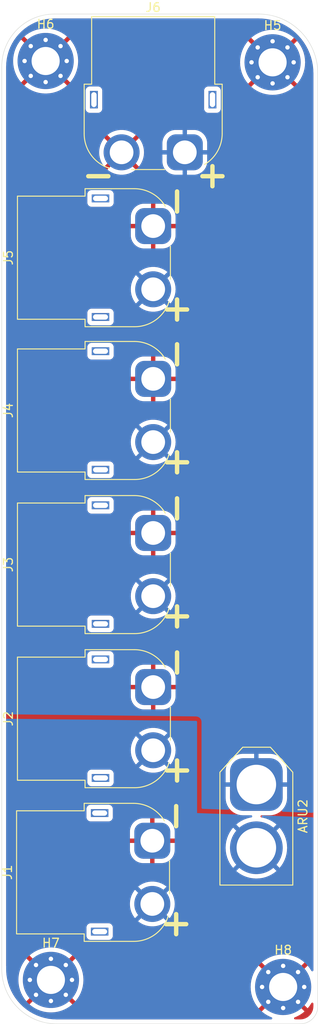
<source format=kicad_pcb>
(kicad_pcb (version 20240108) (generator "pcbnew") (generator_version "8.0")
  (layers (0 "F.Cu" signal) (31 "B.Cu" signal) (34 "B.Paste" user) (35 "F.Paste" user) (36 "B.SilkS" user "B.Silkscreen") (37 "F.SilkS" user "F.Silkscreen") (38 "B.Mask" user) (39 "F.Mask" user) (44 "Edge.Cuts" user))
  (net 0 "")
  (net 1 "SEC")
  (net 2 "GND")
  (net 3 "BAT+")
  (footprint "MountingHole:MountingHole_3.2mm_M3_Pad_Via" (layer "F.Cu") (at 144.35 48.5)
    (property "Reference" "H5" (at 0 -4.2 0) (layer "F.SilkS"))
    (property "Value" "MountingHole_Pad" (hide yes))
    (pad "1" thru_hole circle (at -2.4 0) (size 0.8 0.8) (drill 0.5) (layers "*.Cu" "*.Mask") (net 2 "GND"))
    (pad "1" thru_hole circle (at -1.697056 -1.697056) (size 0.8 0.8) (drill 0.5) (layers "*.Cu" "*.Mask") (net 2 "GND"))
    (pad "1" thru_hole circle (at -1.697056 1.697056) (size 0.8 0.8) (drill 0.5) (layers "*.Cu" "*.Mask") (net 2 "GND"))
    (pad "1" thru_hole circle (at 0 -2.4) (size 0.8 0.8) (drill 0.5) (layers "*.Cu" "*.Mask") (net 2 "GND"))
    (pad "1" thru_hole circle (at 0 0) (size 6.4 6.4) (drill 3.2) (layers "*.Cu" "*.Mask") (net 2 "GND"))
    (pad "1" thru_hole circle (at 0 2.4) (size 0.8 0.8) (drill 0.5) (layers "*.Cu" "*.Mask") (net 2 "GND"))
    (pad "1" thru_hole circle (at 1.697056 -1.697056) (size 0.8 0.8) (drill 0.5) (layers "*.Cu" "*.Mask") (net 2 "GND"))
    (pad "1" thru_hole circle (at 1.697056 1.697056) (size 0.8 0.8) (drill 0.5) (layers "*.Cu" "*.Mask") (net 2 "GND"))
    (pad "1" thru_hole circle (at 2.4 0) (size 0.8 0.8) (drill 0.5) (layers "*.Cu" "*.Mask") (net 2 "GND"))
  )
  (footprint "Connector_AMASS:AMASS_XT60-F_1x02_P7.20mm_Vertical" (layer "F.Cu") (at 142.5 130.75 -90)
    (property "Reference" "ARU2" (at 3.6 -5.3 90) (layer "F.SilkS"))
    (property "Value" "180G-2")
    (fp_line (start -1.4 4.15) (end 11.45 4.15) (stroke (width 0.12)) (layer "F.SilkS"))
    (fp_line (start 11.45 4.15) (end 11.45 -4.15) (stroke (width 0.12)) (layer "F.SilkS"))
    (fp_line (start -4.25 1.55) (end -1.4 4.15) (stroke (width 0.12)) (layer "F.SilkS"))
    (fp_line (start -4.25 -1.6) (end -4.25 1.55) (stroke (width 0.12)) (layer "F.SilkS"))
    (fp_line (start -1.4 -4.15) (end -4.25 -1.6) (stroke (width 0.12)) (layer "F.SilkS"))
    (fp_line (start 11.45 -4.15) (end -1.4 -4.15) (stroke (width 0.12)) (layer "F.SilkS"))
    (pad "1" thru_hole roundrect (at 0 0 270) (size 6 6) (drill 4.5) (layers "*.Cu" "*.Mask") (net 3 "BAT+"))
    (pad "2" thru_hole circle (at 7.2 0 270) (size 6 6) (drill 4.5) (layers "*.Cu" "*.Mask") (net 1 "SEC"))
  )
  (footprint "Connector_AMASS:AMASS_XT60PW-F_1x02_P7.20mm_Horizontal" (layer "F.Cu") (at 130.75 102.1 90)
    (property "Reference" "J3" (at -3.6 -16.5 90) (layer "F.SilkS"))
    (property "Value" "Sécurité")
    (fp_line (start 3.41 -15.46) (end 3.41 -7.76) (stroke (width 0.12)) (layer "F.SilkS"))
    (fp_line (start -10.61 -15.46) (end 3.41 -15.46) (stroke (width 0.12)) (layer "F.SilkS"))
    (fp_line (start -10.61 -15.46) (end -10.61 -7.76) (stroke (width 0.12)) (layer "F.SilkS"))
    (fp_line (start 4.26 -7.76) (end 4.26 -2.15) (stroke (width 0.12)) (layer "F.SilkS"))
    (fp_line (start 3.41 -7.76) (end 4.26 -7.76) (stroke (width 0.12)) (layer "F.SilkS"))
    (fp_line (start -11.46 -7.76) (end -10.61 -7.76) (stroke (width 0.12)) (layer "F.SilkS"))
    (fp_line (start -11.46 -7.76) (end -11.46 -2.15) (stroke (width 0.12)) (layer "F.SilkS"))
    (fp_line (start -6.05 1.96) (end -2.31 1.96) (stroke (width 0.12)) (layer "F.SilkS"))
    (fp_arc (start 4.26 -2.15) (mid 3.727162 -0.126139) (end 2.266806 1.372958) (stroke (width 0.12)) (layer "F.SilkS"))
    (fp_arc (start -8.5899 1.808718) (mid -10.677645 0.302568) (end -11.46 -2.15) (stroke (width 0.12)) (layer "F.SilkS"))
    (fp_text user "-" (at 2.8 2.5 90) (layer "F.SilkS") (effects (font (size 3 3) (thickness 0.5) (bold yes))))
    (fp_text user "+" (at -9.5 2.5 90) (layer "F.SilkS") (effects (font (size 3 3) (thickness 0.5) (bold yes))))
    (pad "" thru_hole rect (at -10.35 -6 90) (size 0.9 2) (drill oval 0.6 1.7) (layers "*.Cu" "*.Mask"))
    (pad "" thru_hole rect (at 3.15 -6 90) (size 0.9 2) (drill oval 0.6 1.7) (layers "*.Cu" "*.Mask"))
    (pad "1" thru_hole roundrect (at 0 0 90) (size 4.1 4.1) (drill 2.7) (layers "*.Cu" "*.Mask") (net 2 "GND"))
    (pad "2" thru_hole circle (at -7.2 0 90) (size 4.1 4.1) (drill 2.7) (layers "*.Cu" "*.Mask") (net 3 "BAT+"))
  )
  (footprint "Connector_AMASS:AMASS_XT60PW-F_1x02_P7.20mm_Horizontal" (layer "F.Cu") (at 130.65 137.15 90)
    (property "Reference" "J1" (at -3.6 -16.5 90) (layer "F.SilkS"))
    (property "Value" "Moteur_gauche")
    (fp_line (start 3.41 -15.46) (end 3.41 -7.76) (stroke (width 0.12)) (layer "F.SilkS"))
    (fp_line (start -10.61 -15.46) (end 3.41 -15.46) (stroke (width 0.12)) (layer "F.SilkS"))
    (fp_line (start -10.61 -15.46) (end -10.61 -7.76) (stroke (width 0.12)) (layer "F.SilkS"))
    (fp_line (start 4.26 -7.76) (end 4.26 -2.15) (stroke (width 0.12)) (layer "F.SilkS"))
    (fp_line (start 3.41 -7.76) (end 4.26 -7.76) (stroke (width 0.12)) (layer "F.SilkS"))
    (fp_line (start -11.46 -7.76) (end -10.61 -7.76) (stroke (width 0.12)) (layer "F.SilkS"))
    (fp_line (start -11.46 -7.76) (end -11.46 -2.15) (stroke (width 0.12)) (layer "F.SilkS"))
    (fp_line (start -6.05 1.96) (end -2.31 1.96) (stroke (width 0.12)) (layer "F.SilkS"))
    (fp_arc (start 4.26 -2.15) (mid 3.727162 -0.126139) (end 2.266806 1.372958) (stroke (width 0.12)) (layer "F.SilkS"))
    (fp_arc (start -8.5899 1.808718) (mid -10.677645 0.302568) (end -11.46 -2.15) (stroke (width 0.12)) (layer "F.SilkS"))
    (fp_text user "+" (at -9.5 2.5 90) (layer "F.SilkS") (effects (font (size 3 3) (thickness 0.5) (bold yes))))
    (fp_text user "-" (at 2.8 2.5 90) (layer "F.SilkS") (effects (font (size 3 3) (thickness 0.5) (bold yes))))
    (pad "" thru_hole rect (at -10.35 -6 90) (size 0.9 2) (drill oval 0.6 1.7) (layers "*.Cu" "*.Mask"))
    (pad "" thru_hole rect (at 3.15 -6 90) (size 0.9 2) (drill oval 0.6 1.7) (layers "*.Cu" "*.Mask"))
    (pad "1" thru_hole roundrect (at 0 0 90) (size 4.1 4.1) (drill 2.7) (layers "*.Cu" "*.Mask") (net 2 "GND"))
    (pad "2" thru_hole circle (at -7.2 0 90) (size 4.1 4.1) (drill 2.7) (layers "*.Cu" "*.Mask") (net 1 "SEC"))
  )
  (footprint "Connector_AMASS:AMASS_XT60PW-F_1x02_P7.20mm_Horizontal" (layer "F.Cu") (at 130.75 84.55 90)
    (property "Reference" "J4" (at -3.6 -16.5 90) (layer "F.SilkS"))
    (property "Value" "Mainboard")
    (fp_line (start 3.41 -15.46) (end 3.41 -7.76) (stroke (width 0.12)) (layer "F.SilkS"))
    (fp_line (start -10.61 -15.46) (end 3.41 -15.46) (stroke (width 0.12)) (layer "F.SilkS"))
    (fp_line (start -10.61 -15.46) (end -10.61 -7.76) (stroke (width 0.12)) (layer "F.SilkS"))
    (fp_line (start 4.26 -7.76) (end 4.26 -2.15) (stroke (width 0.12)) (layer "F.SilkS"))
    (fp_line (start 3.41 -7.76) (end 4.26 -7.76) (stroke (width 0.12)) (layer "F.SilkS"))
    (fp_line (start -11.46 -7.76) (end -10.61 -7.76) (stroke (width 0.12)) (layer "F.SilkS"))
    (fp_line (start -11.46 -7.76) (end -11.46 -2.15) (stroke (width 0.12)) (layer "F.SilkS"))
    (fp_line (start -6.05 1.96) (end -2.31 1.96) (stroke (width 0.12)) (layer "F.SilkS"))
    (fp_arc (start 4.26 -2.15) (mid 3.727162 -0.126139) (end 2.266806 1.372958) (stroke (width 0.12)) (layer "F.SilkS"))
    (fp_arc (start -8.5899 1.808718) (mid -10.677645 0.302568) (end -11.46 -2.15) (stroke (width 0.12)) (layer "F.SilkS"))
    (fp_text user "+" (at -9.5 2.5 90) (layer "F.SilkS") (effects (font (size 3 3) (thickness 0.5) (bold yes))))
    (fp_text user "-" (at 2.8 2.5 90) (layer "F.SilkS") (effects (font (size 3 3) (thickness 0.5) (bold yes))))
    (pad "" thru_hole rect (at -10.35 -6 90) (size 0.9 2) (drill oval 0.6 1.7) (layers "*.Cu" "*.Mask"))
    (pad "" thru_hole rect (at 3.15 -6 90) (size 0.9 2) (drill oval 0.6 1.7) (layers "*.Cu" "*.Mask"))
    (pad "1" thru_hole roundrect (at 0 0 90) (size 4.1 4.1) (drill 2.7) (layers "*.Cu" "*.Mask") (net 2 "GND"))
    (pad "2" thru_hole circle (at -7.2 0 90) (size 4.1 4.1) (drill 2.7) (layers "*.Cu" "*.Mask") (net 3 "BAT+"))
  )
  (footprint "MountingHole:MountingHole_3.2mm_M3_Pad_Via" (layer "F.Cu") (at 119.1 153)
    (property "Reference" "H7" (at 0 -4.2 0) (layer "F.SilkS"))
    (property "Value" "MountingHole_Pad" (hide yes))
    (pad "1" thru_hole circle (at -2.4 0) (size 0.8 0.8) (drill 0.5) (layers "*.Cu" "*.Mask") (net 2 "GND"))
    (pad "1" thru_hole circle (at -1.697056 -1.697056) (size 0.8 0.8) (drill 0.5) (layers "*.Cu" "*.Mask") (net 2 "GND"))
    (pad "1" thru_hole circle (at -1.697056 1.697056) (size 0.8 0.8) (drill 0.5) (layers "*.Cu" "*.Mask") (net 2 "GND"))
    (pad "1" thru_hole circle (at 0 -2.4) (size 0.8 0.8) (drill 0.5) (layers "*.Cu" "*.Mask") (net 2 "GND"))
    (pad "1" thru_hole circle (at 0 0) (size 6.4 6.4) (drill 3.2) (layers "*.Cu" "*.Mask") (net 2 "GND"))
    (pad "1" thru_hole circle (at 0 2.4) (size 0.8 0.8) (drill 0.5) (layers "*.Cu" "*.Mask") (net 2 "GND"))
    (pad "1" thru_hole circle (at 1.697056 -1.697056) (size 0.8 0.8) (drill 0.5) (layers "*.Cu" "*.Mask") (net 2 "GND"))
    (pad "1" thru_hole circle (at 1.697056 1.697056) (size 0.8 0.8) (drill 0.5) (layers "*.Cu" "*.Mask") (net 2 "GND"))
    (pad "1" thru_hole circle (at 2.4 0) (size 0.8 0.8) (drill 0.5) (layers "*.Cu" "*.Mask") (net 2 "GND"))
  )
  (footprint "MountingHole:MountingHole_3.2mm_M3_Pad_Via" (layer "F.Cu") (at 118.5 48.35)
    (property "Reference" "H6" (at 0 -4.2 0) (layer "F.SilkS"))
    (property "Value" "MountingHole_Pad" (hide yes))
    (pad "1" thru_hole circle (at -2.4 0) (size 0.8 0.8) (drill 0.5) (layers "*.Cu" "*.Mask") (net 2 "GND"))
    (pad "1" thru_hole circle (at -1.697056 -1.697056) (size 0.8 0.8) (drill 0.5) (layers "*.Cu" "*.Mask") (net 2 "GND"))
    (pad "1" thru_hole circle (at -1.697056 1.697056) (size 0.8 0.8) (drill 0.5) (layers "*.Cu" "*.Mask") (net 2 "GND"))
    (pad "1" thru_hole circle (at 0 -2.4) (size 0.8 0.8) (drill 0.5) (layers "*.Cu" "*.Mask") (net 2 "GND"))
    (pad "1" thru_hole circle (at 0 0) (size 6.4 6.4) (drill 3.2) (layers "*.Cu" "*.Mask") (net 2 "GND"))
    (pad "1" thru_hole circle (at 0 2.4) (size 0.8 0.8) (drill 0.5) (layers "*.Cu" "*.Mask") (net 2 "GND"))
    (pad "1" thru_hole circle (at 1.697056 -1.697056) (size 0.8 0.8) (drill 0.5) (layers "*.Cu" "*.Mask") (net 2 "GND"))
    (pad "1" thru_hole circle (at 1.697056 1.697056) (size 0.8 0.8) (drill 0.5) (layers "*.Cu" "*.Mask") (net 2 "GND"))
    (pad "1" thru_hole circle (at 2.4 0) (size 0.8 0.8) (drill 0.5) (layers "*.Cu" "*.Mask") (net 2 "GND"))
  )
  (footprint "Connector_AMASS:AMASS_XT60PW-F_1x02_P7.20mm_Horizontal" (layer "F.Cu") (at 130.75 67.15 90)
    (property "Reference" "J5" (at -3.6 -16.5 90) (layer "F.SilkS"))
    (property "Value" "Routeur")
    (fp_line (start 3.41 -15.46) (end 3.41 -7.76) (stroke (width 0.12)) (layer "F.SilkS"))
    (fp_line (start -10.61 -15.46) (end 3.41 -15.46) (stroke (width 0.12)) (layer "F.SilkS"))
    (fp_line (start -10.61 -15.46) (end -10.61 -7.76) (stroke (width 0.12)) (layer "F.SilkS"))
    (fp_line (start 4.26 -7.76) (end 4.26 -2.15) (stroke (width 0.12)) (layer "F.SilkS"))
    (fp_line (start 3.41 -7.76) (end 4.26 -7.76) (stroke (width 0.12)) (layer "F.SilkS"))
    (fp_line (start -11.46 -7.76) (end -10.61 -7.76) (stroke (width 0.12)) (layer "F.SilkS"))
    (fp_line (start -11.46 -7.76) (end -11.46 -2.15) (stroke (width 0.12)) (layer "F.SilkS"))
    (fp_line (start -6.05 1.96) (end -2.31 1.96) (stroke (width 0.12)) (layer "F.SilkS"))
    (fp_arc (start 4.26 -2.15) (mid 3.727162 -0.126139) (end 2.266806 1.372958) (stroke (width 0.12)) (layer "F.SilkS"))
    (fp_arc (start -8.5899 1.808718) (mid -10.677645 0.302568) (end -11.46 -2.15) (stroke (width 0.12)) (layer "F.SilkS"))
    (fp_text user "-" (at 2.8 2.5 90) (layer "F.SilkS") (effects (font (size 3 3) (thickness 0.5) (bold yes))))
    (fp_text user "+" (at -9.5 2.5 90) (layer "F.SilkS") (effects (font (size 3 3) (thickness 0.5) (bold yes))))
    (pad "" thru_hole rect (at -10.35 -6 90) (size 0.9 2) (drill oval 0.6 1.7) (layers "*.Cu" "*.Mask"))
    (pad "" thru_hole rect (at 3.15 -6 90) (size 0.9 2) (drill oval 0.6 1.7) (layers "*.Cu" "*.Mask"))
    (pad "1" thru_hole roundrect (at 0 0 90) (size 4.1 4.1) (drill 2.7) (layers "*.Cu" "*.Mask") (net 2 "GND"))
    (pad "2" thru_hole circle (at -7.2 0 90) (size 4.1 4.1) (drill 2.7) (layers "*.Cu" "*.Mask") (net 3 "BAT+"))
  )
  (footprint "MountingHole:MountingHole_3.2mm_M3_Pad_Via" (layer "F.Cu") (at 145.552944 153.802944)
    (property "Reference" "H8" (at 0 -4.2 0) (layer "F.SilkS"))
    (property "Value" "MountingHole_Pad" (hide yes))
    (pad "1" thru_hole circle (at -2.4 0) (size 0.8 0.8) (drill 0.5) (layers "*.Cu" "*.Mask") (net 2 "GND"))
    (pad "1" thru_hole circle (at -1.697056 -1.697056) (size 0.8 0.8) (drill 0.5) (layers "*.Cu" "*.Mask") (net 2 "GND"))
    (pad "1" thru_hole circle (at -1.697056 1.697056) (size 0.8 0.8) (drill 0.5) (layers "*.Cu" "*.Mask") (net 2 "GND"))
    (pad "1" thru_hole circle (at 0 -2.4) (size 0.8 0.8) (drill 0.5) (layers "*.Cu" "*.Mask") (net 2 "GND"))
    (pad "1" thru_hole circle (at 0 0) (size 6.4 6.4) (drill 3.2) (layers "*.Cu" "*.Mask") (net 2 "GND"))
    (pad "1" thru_hole circle (at 0 2.4) (size 0.8 0.8) (drill 0.5) (layers "*.Cu" "*.Mask") (net 2 "GND"))
    (pad "1" thru_hole circle (at 1.697056 -1.697056) (size 0.8 0.8) (drill 0.5) (layers "*.Cu" "*.Mask") (net 2 "GND"))
    (pad "1" thru_hole circle (at 1.697056 1.697056) (size 0.8 0.8) (drill 0.5) (layers "*.Cu" "*.Mask") (net 2 "GND"))
    (pad "1" thru_hole circle (at 2.4 0) (size 0.8 0.8) (drill 0.5) (layers "*.Cu" "*.Mask") (net 2 "GND"))
  )
  (footprint "Connector_AMASS:AMASS_XT60PW-F_1x02_P7.20mm_Horizontal" (layer "F.Cu") (at 134.35 58.75)
    (property "Reference" "J6" (at -3.6 -16.5 0) (layer "F.SilkS"))
    (property "Value" "Batteries")
    (fp_line (start -11.46 -7.76) (end -11.46 -2.15) (stroke (width 0.12)) (layer "F.SilkS"))
    (fp_line (start -11.46 -7.76) (end -10.61 -7.76) (stroke (width 0.12)) (layer "F.SilkS"))
    (fp_line (start -10.61 -15.46) (end -10.61 -7.76) (stroke (width 0.12)) (layer "F.SilkS"))
    (fp_line (start -10.61 -15.46) (end 3.41 -15.46) (stroke (width 0.12)) (layer "F.SilkS"))
    (fp_line (start -6.05 1.96) (end -2.31 1.96) (stroke (width 0.12)) (layer "F.SilkS"))
    (fp_line (start 3.41 -15.46) (end 3.41 -7.76) (stroke (width 0.12)) (layer "F.SilkS"))
    (fp_line (start 3.41 -7.76) (end 4.26 -7.76) (stroke (width 0.12)) (layer "F.SilkS"))
    (fp_line (start 4.26 -7.76) (end 4.26 -2.15) (stroke (width 0.12)) (layer "F.SilkS"))
    (fp_arc (start -8.5899 1.808718) (mid -10.677645 0.302568) (end -11.46 -2.15) (stroke (width 0.12)) (layer "F.SilkS"))
    (fp_arc (start 4.26 -2.15) (mid 3.727162 -0.126139) (end 2.266806 1.372958) (stroke (width 0.12)) (layer "F.SilkS"))
    (fp_text user "-" (at -9.85 2.5 0) (layer "F.SilkS") (effects (font (size 3 3) (thickness 0.5) (bold yes))))
    (fp_text user "+" (at 3.15 2.5 0) (layer "F.SilkS") (effects (font (size 3 3) (thickness 0.5) (bold yes))))
    (pad "" thru_hole rect (at -10.35 -6) (size 0.9 2) (drill oval 0.6 1.7) (layers "*.Cu" "*.Mask"))
    (pad "" thru_hole rect (at 3.15 -6) (size 0.9 2) (drill oval 0.6 1.7) (layers "*.Cu" "*.Mask"))
    (pad "1" thru_hole roundrect (at 0 0) (size 4.1 4.1) (drill 2.7) (layers "*.Cu" "*.Mask") (net 3 "BAT+"))
    (pad "2" thru_hole circle (at -7.2 0) (size 4.1 4.1) (drill 2.7) (layers "*.Cu" "*.Mask") (net 2 "GND"))
  )
  (footprint "Connector_AMASS:AMASS_XT60PW-F_1x02_P7.20mm_Horizontal" (layer "F.Cu") (at 130.75 119.65 90)
    (property "Reference" "J2" (at -3.6 -16.5 90) (layer "F.SilkS"))
    (property "Value" "Moteur_Droit")
    (fp_line (start 3.41 -15.46) (end 3.41 -7.76) (stroke (width 0.12)) (layer "F.SilkS"))
    (fp_line (start -10.61 -15.46) (end 3.41 -15.46) (stroke (width 0.12)) (layer "F.SilkS"))
    (fp_line (start -10.61 -15.46) (end -10.61 -7.76) (stroke (width 0.12)) (layer "F.SilkS"))
    (fp_line (start 4.26 -7.76) (end 4.26 -2.15) (stroke (width 0.12)) (layer "F.SilkS"))
    (fp_line (start 3.41 -7.76) (end 4.26 -7.76) (stroke (width 0.12)) (layer "F.SilkS"))
    (fp_line (start -11.46 -7.76) (end -10.61 -7.76) (stroke (width 0.12)) (layer "F.SilkS"))
    (fp_line (start -11.46 -7.76) (end -11.46 -2.15) (stroke (width 0.12)) (layer "F.SilkS"))
    (fp_line (start -6.05 1.96) (end -2.31 1.96) (stroke (width 0.12)) (layer "F.SilkS"))
    (fp_arc (start 4.26 -2.15) (mid 3.727162 -0.126139) (end 2.266806 1.372958) (stroke (width 0.12)) (layer "F.SilkS"))
    (fp_arc (start -8.5899 1.808718) (mid -10.677645 0.302568) (end -11.46 -2.15) (stroke (width 0.12)) (layer "F.SilkS"))
    (fp_text user "-" (at 2.8 2.5 90) (layer "F.SilkS") (effects (font (size 3 3) (thickness 0.5) (bold yes))))
    (fp_text user "+" (at -9.5 2.5 90) (layer "F.SilkS") (effects (font (size 3 3) (thickness 0.5) (bold yes))))
    (pad "" thru_hole rect (at -10.35 -6 90) (size 0.9 2) (drill oval 0.6 1.7) (layers "*.Cu" "*.Mask"))
    (pad "" thru_hole rect (at 3.15 -6 90) (size 0.9 2) (drill oval 0.6 1.7) (layers "*.Cu" "*.Mask"))
    (pad "1" thru_hole roundrect (at 0 0 90) (size 4.1 4.1) (drill 2.7) (layers "*.Cu" "*.Mask") (net 2 "GND"))
    (pad "2" thru_hole circle (at -7.2 0 90) (size 4.1 4.1) (drill 2.7) (layers "*.Cu" "*.Mask") (net 1 "SEC"))
  )
  (gr_arc (start 149.5 156) (mid 148.914214 157.414214) (end 147.5 158) (stroke (width 0.05)) (layer "Edge.Cuts"))
  (gr_line (start 113.5 49) (end 113.5 151.5) (stroke (width 0.05)) (layer "Edge.Cuts"))
  (gr_line (start 149.5 156) (end 149.5 49.75) (stroke (width 0.05)) (layer "Edge.Cuts"))
  (gr_line (start 119.5 43) (end 142.75 43) (stroke (width 0.05)) (layer "Edge.Cuts"))
  (gr_line (start 119.75 158) (end 147.5 158) (stroke (width 0.05)) (layer "Edge.Cuts"))
  (gr_arc (start 113.5 49) (mid 115.257359 44.757359) (end 119.5 43) (stroke (width 0.05)) (layer "Edge.Cuts"))
  (gr_arc (start 119.75 158) (mid 115.24313 156.080199) (end 113.504994 151.5002) (stroke (width 0.05)) (layer "Edge.Cuts"))
  (gr_arc (start 142.75 43) (mid 147.522971 44.977029) (end 149.5 49.75) (stroke (width 0.05)) (layer "Edge.Cuts"))
  (zone (net 2) (net_name "GND") (layer "F.Cu") (connect_pads (clearance 0.5)) (min_thickness 0.25) (fill yes (thermal_gap 0.5) (thermal_bridge_width 0.5))
    (polygon (pts (xy 113.5 43) (xy 113.5 158) (xy 149.5 158) (xy 149.5 43)))
  )
  (zone (net 1) (net_name "SEC") (layer "B.Cu") (priority 2) (connect_pads (clearance 0.5)) (min_thickness 0.25) (fill yes (thermal_gap 0.5) (thermal_bridge_width 0.5))
    (polygon (pts (xy 113.5 157.75) (xy 113.5 123.25) (xy 135.75 123.5) (xy 135.75 134) (xy 149.5 134.5) (xy 149.5 158) (xy 141.75 158)))
  )
  (zone (net 3) (net_name "BAT+") (layer "B.Cu") (priority 1) (connect_pads (clearance 0.5)) (min_thickness 0.25) (fill yes (thermal_gap 0.5) (thermal_bridge_width 0.5))
    (polygon (pts (xy 113.5 43) (xy 113.5 158) (xy 149.5 158) (xy 149.5 43)))
  )
)
</source>
